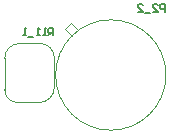
<source format=gbo>
G04 Layer_Color=32896*
%FSLAX25Y25*%
%MOIN*%
G70*
G01*
G75*
%ADD60C,0.00394*%
%ADD63C,0.00500*%
D60*
X33839Y324945D02*
G03*
X38071Y320713I4232J0D01*
G01*
X45374D02*
G03*
X50374Y325713I0J5000D01*
G01*
Y335673D02*
G03*
X45650Y340398I-4724J0D01*
G01*
X38839D02*
G03*
X33839Y335398I0J-5000D01*
G01*
X87614Y329862D02*
G03*
X87614Y329862I-18402J0D01*
G01*
X38071Y320713D02*
X45354D01*
X45374D01*
X50374Y325713D02*
Y335673D01*
X33839Y324945D02*
Y335398D01*
X38839Y340398D02*
X45650D01*
X55925Y347087D02*
X58287Y344724D01*
X53957Y345118D02*
X55925Y347087D01*
X53957Y345118D02*
X56221Y342854D01*
D63*
X50113Y343062D02*
Y345561D01*
X48863D01*
X48447Y345145D01*
Y344312D01*
X48863Y343895D01*
X50113D01*
X49279D02*
X48447Y343062D01*
X47613D02*
X46780D01*
X47197D01*
Y345561D01*
X47613Y345145D01*
X45531Y343062D02*
X44698D01*
X45114D01*
Y345561D01*
X45531Y345145D01*
X43448Y342646D02*
X41782D01*
X40949Y343062D02*
X40116D01*
X40532D01*
Y345561D01*
X40949Y345145D01*
X87313Y350962D02*
Y353461D01*
X86063D01*
X85646Y353045D01*
Y352212D01*
X86063Y351795D01*
X87313D01*
X83147Y350962D02*
X84813D01*
X83147Y352628D01*
Y353045D01*
X83564Y353461D01*
X84397D01*
X84813Y353045D01*
X82314Y350546D02*
X80648D01*
X78149Y350962D02*
X79815D01*
X78149Y352628D01*
Y353045D01*
X78565Y353461D01*
X79399D01*
X79815Y353045D01*
M02*

</source>
